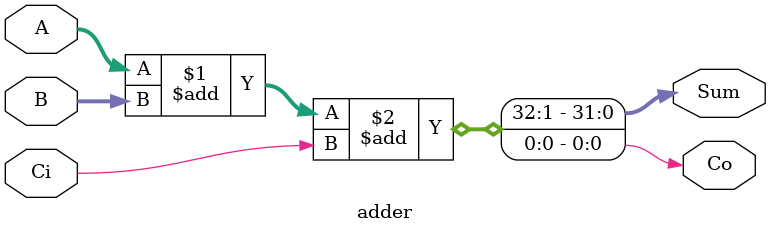
<source format=v>


module adder (
    input [31:0] A,
    input [31:0] B,
    input Ci,
    output [31:0] Sum,
    output Co
);

  assign {Sum, Co} = A + B + Ci;

endmodule

</source>
